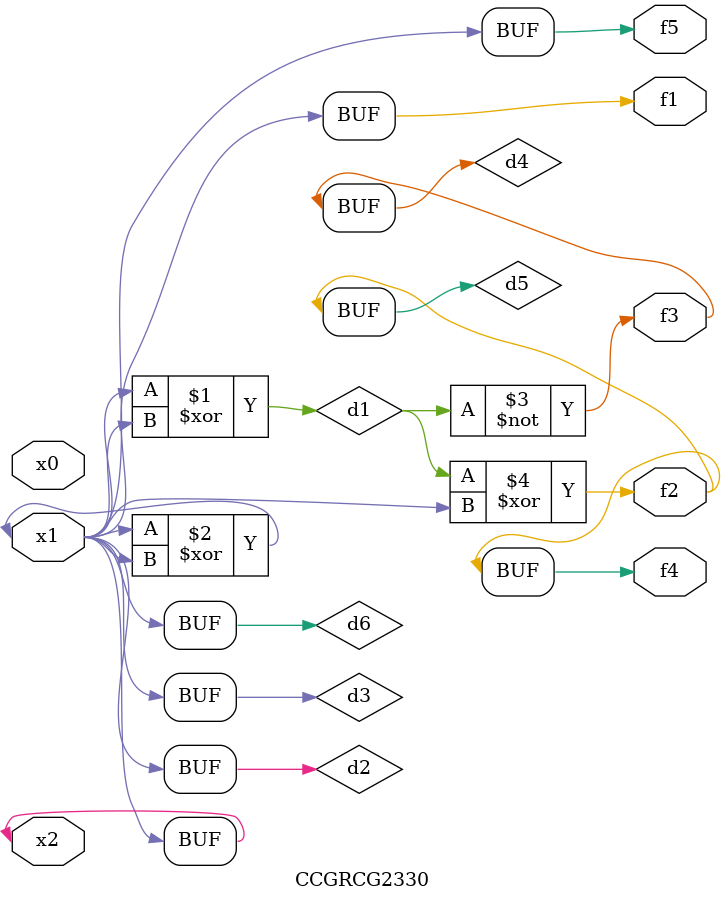
<source format=v>
module CCGRCG2330(
	input x0, x1, x2,
	output f1, f2, f3, f4, f5
);

	wire d1, d2, d3, d4, d5, d6;

	xor (d1, x1, x2);
	buf (d2, x1, x2);
	xor (d3, x1, x2);
	nor (d4, d1);
	xor (d5, d1, d2);
	buf (d6, d2, d3);
	assign f1 = d6;
	assign f2 = d5;
	assign f3 = d4;
	assign f4 = d5;
	assign f5 = d6;
endmodule

</source>
